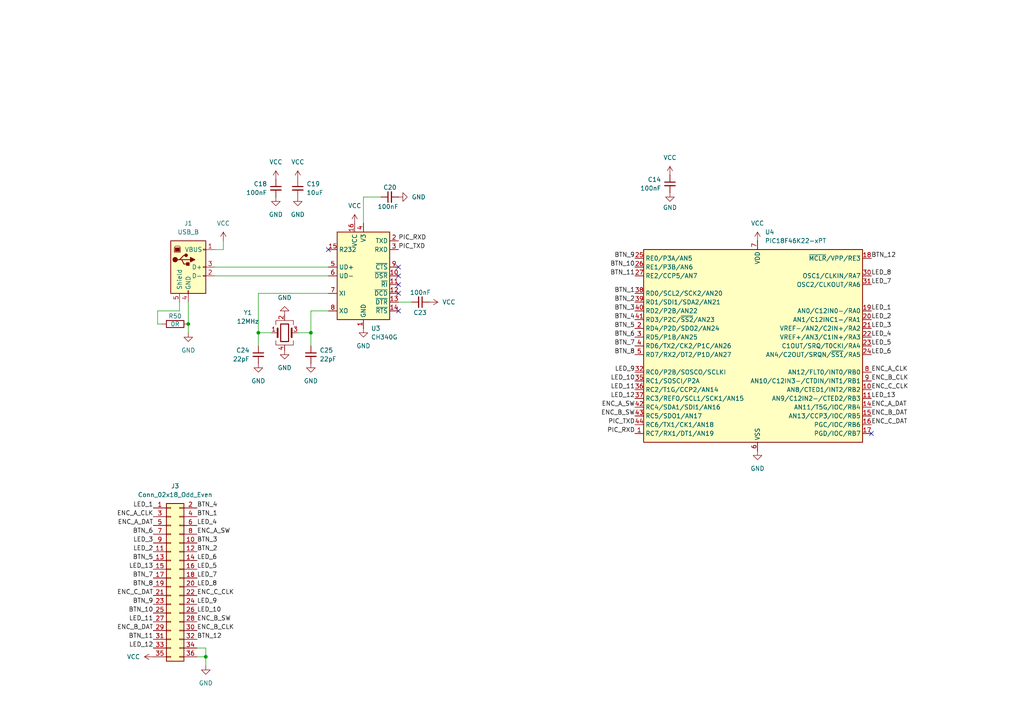
<source format=kicad_sch>
(kicad_sch (version 20250114) (generator "eeschema") (generator_version "9.0")
  (paper "A4")
  (lib_symbols
    (symbol "Connector:USB_B" (pin_names (offset 1.016))
      (property "Reference" "J" (at -5.08 11.43 0))
      (property "Value" "USB_B" (at -5.08 8.89 0))
      (symbol "USB_B_0_1"
        (rectangle (start -5.08 -7.62) (end 5.08 7.62) (stroke (width 0.254)) (fill (type background)))
        (polyline (pts (xy -4.064 4.318) (xy -2.286 4.318) (xy -2.286 5.715) (xy -2.667 6.096) (xy -3.683 6.096) (xy -4.064 5.715) (xy -4.064 4.318)))
        (rectangle (start -3.81 5.588) (end -2.54 4.572) (fill (type outline)))
        (circle (center -3.81 2.159) (radius 0.635) (stroke (width 0.254)) (fill (type outline)))
        (polyline (pts (xy -3.175 2.159) (xy -2.54 2.159) (xy -1.27 3.429) (xy -0.635 3.429)) (stroke (width 0.254)))
        (polyline (pts (xy -2.54 2.159) (xy -1.905 2.159) (xy -1.27 0.889) (xy 0 0.889)) (stroke (width 0.254)))
        (polyline (pts (xy -1.905 2.159) (xy 0.635 2.159)) (stroke (width 0.254)))
        (circle (center -0.635 3.429) (radius 0.381) (stroke (width 0.254)) (fill (type outline)))
        (rectangle (start -0.127 -7.62) (end 0.127 -6.858))
        (rectangle (start 0.254 1.27) (end -0.508 0.508) (stroke (width 0.254)) (fill (type outline)))
        (polyline (pts (xy 0.635 2.794) (xy 0.635 1.524) (xy 1.905 2.159) (xy 0.635 2.794)) (stroke (width 0.254)) (fill (type outline)))
        (rectangle (start 5.08 4.953) (end 4.318 5.207))
        (rectangle (start 5.08 -0.127) (end 4.318 0.127))
        (rectangle (start 5.08 -2.667) (end 4.318 -2.413))
      )
      (symbol "USB_B_1_1"
        (pin passive line (at -2.54 -10.16 90) (length 2.54) (name "Shield") (number "5"))
        (pin power_out line (at 0 -10.16 90) (length 2.54) (name "GND") (number "4"))
        (pin power_out line (at 7.62 5.08 180) (length 2.54) (name "VBUS") (number "1"))
        (pin bidirectional line (at 7.62 0 180) (length 2.54) (name "D+") (number "3"))
        (pin bidirectional line (at 7.62 -2.54 180) (length 2.54) (name "D-") (number "2"))
      )
    )
    (symbol "Connector_Generic:Conn_02x18_Odd_Even" (pin_names (offset 1.016) (hide yes))
      (property "Reference" "J" (at 1.27 22.86 0))
      (property "Value" "Conn_02x18_Odd_Even" (at 1.27 -25.4 0))
      (symbol "Conn_02x18_Odd_Even_1_1"
        (rectangle (start -1.27 21.59) (end 3.81 -24.13) (stroke (width 0.254)) (fill (type background)))
        (rectangle (start -1.27 20.447) (end 0 20.193) (stroke (width 0.1524)))
        (rectangle (start -1.27 17.907) (end 0 17.653) (stroke (width 0.1524)))
        (rectangle (start -1.27 15.367) (end 0 15.113) (stroke (width 0.1524)))
        (rectangle (start -1.27 12.827) (end 0 12.573) (stroke (width 0.1524)))
        (rectangle (start -1.27 10.287) (end 0 10.033) (stroke (width 0.1524)))
        (rectangle (start -1.27 7.747) (end 0 7.493) (stroke (width 0.1524)))
        (rectangle (start -1.27 5.207) (end 0 4.953) (stroke (width 0.1524)))
        (rectangle (start -1.27 2.667) (end 0 2.413) (stroke (width 0.1524)))
        (rectangle (start -1.27 0.127) (end 0 -0.127) (stroke (width 0.1524)))
        (rectangle (start -1.27 -2.413) (end 0 -2.667) (stroke (width 0.1524)))
        (rectangle (start -1.27 -4.953) (end 0 -5.207) (stroke (width 0.1524)))
        (rectangle (start -1.27 -7.493) (end 0 -7.747) (stroke (width 0.1524)))
        (rectangle (start -1.27 -10.033) (end 0 -10.287) (stroke (width 0.1524)))
        (rectangle (start -1.27 -12.573) (end 0 -12.827) (stroke (width 0.1524)))
        (rectangle (start -1.27 -15.113) (end 0 -15.367) (stroke (width 0.1524)))
        (rectangle (start -1.27 -17.653) (end 0 -17.907) (stroke (width 0.1524)))
        (rectangle (start -1.27 -20.193) (end 0 -20.447) (stroke (width 0.1524)))
        (rectangle (start -1.27 -22.733) (end 0 -22.987) (stroke (width 0.1524)))
        (rectangle (start 3.81 20.447) (end 2.54 20.193) (stroke (width 0.1524)))
        (rectangle (start 3.81 17.907) (end 2.54 17.653) (stroke (width 0.1524)))
        (rectangle (start 3.81 15.367) (end 2.54 15.113) (stroke (width 0.1524)))
        (rectangle (start 3.81 12.827) (end 2.54 12.573) (stroke (width 0.1524)))
        (rectangle (start 3.81 10.287) (end 2.54 10.033) (stroke (width 0.1524)))
        (rectangle (start 3.81 7.747) (end 2.54 7.493) (stroke (width 0.1524)))
        (rectangle (start 3.81 5.207) (end 2.54 4.953) (stroke (width 0.1524)))
        (rectangle (start 3.81 2.667) (end 2.54 2.413) (stroke (width 0.1524)))
        (rectangle (start 3.81 0.127) (end 2.54 -0.127) (stroke (width 0.1524)))
        (rectangle (start 3.81 -2.413) (end 2.54 -2.667) (stroke (width 0.1524)))
        (rectangle (start 3.81 -4.953) (end 2.54 -5.207) (stroke (width 0.1524)))
        (rectangle (start 3.81 -7.493) (end 2.54 -7.747) (stroke (width 0.1524)))
        (rectangle (start 3.81 -10.033) (end 2.54 -10.287) (stroke (width 0.1524)))
        (rectangle (start 3.81 -12.573) (end 2.54 -12.827) (stroke (width 0.1524)))
        (rectangle (start 3.81 -15.113) (end 2.54 -15.367) (stroke (width 0.1524)))
        (rectangle (start 3.81 -17.653) (end 2.54 -17.907) (stroke (width 0.1524)))
        (rectangle (start 3.81 -20.193) (end 2.54 -20.447) (stroke (width 0.1524)))
        (rectangle (start 3.81 -22.733) (end 2.54 -22.987) (stroke (width 0.1524)))
        (pin passive line (at -5.08 20.32 0) (length 3.81) (name "Pin_1") (number "1"))
        (pin passive line (at -5.08 17.78 0) (length 3.81) (name "Pin_3") (number "3"))
        (pin passive line (at -5.08 15.24 0) (length 3.81) (name "Pin_5") (number "5"))
        (pin passive line (at -5.08 12.7 0) (length 3.81) (name "Pin_7") (number "7"))
        (pin passive line (at -5.08 10.16 0) (length 3.81) (name "Pin_9") (number "9"))
        (pin passive line (at -5.08 7.62 0) (length 3.81) (name "Pin_11") (number "11"))
        (pin passive line (at -5.08 5.08 0) (length 3.81) (name "Pin_13") (number "13"))
        (pin passive line (at -5.08 2.54 0) (length 3.81) (name "Pin_15") (number "15"))
        (pin passive line (at -5.08 0 0) (length 3.81) (name "Pin_17") (number "17"))
        (pin passive line (at -5.08 -2.54 0) (length 3.81) (name "Pin_19") (number "19"))
        (pin passive line (at -5.08 -5.08 0) (length 3.81) (name "Pin_21") (number "21"))
        (pin passive line (at -5.08 -7.62 0) (length 3.81) (name "Pin_23") (number "23"))
        (pin passive line (at -5.08 -10.16 0) (length 3.81) (name "Pin_25") (number "25"))
        (pin passive line (at -5.08 -12.7 0) (length 3.81) (name "Pin_27") (number "27"))
        (pin passive line (at -5.08 -15.24 0) (length 3.81) (name "Pin_29") (number "29"))
        (pin passive line (at -5.08 -17.78 0) (length 3.81) (name "Pin_31") (number "31"))
        (pin passive line (at -5.08 -20.32 0) (length 3.81) (name "Pin_33") (number "33"))
        (pin passive line (at -5.08 -22.86 0) (length 3.81) (name "Pin_35") (number "35"))
        (pin passive line (at 7.62 20.32 180) (length 3.81) (name "Pin_2") (number "2"))
        (pin passive line (at 7.62 17.78 180) (length 3.81) (name "Pin_4") (number "4"))
        (pin passive line (at 7.62 15.24 180) (length 3.81) (name "Pin_6") (number "6"))
        (pin passive line (at 7.62 12.7 180) (length 3.81) (name "Pin_8") (number "8"))
        (pin passive line (at 7.62 10.16 180) (length 3.81) (name "Pin_10") (number "10"))
        (pin passive line (at 7.62 7.62 180) (length 3.81) (name "Pin_12") (number "12"))
        (pin passive line (at 7.62 5.08 180) (length 3.81) (name "Pin_14") (number "14"))
        (pin passive line (at 7.62 2.54 180) (length 3.81) (name "Pin_16") (number "16"))
        (pin passive line (at 7.62 0 180) (length 3.81) (name "Pin_18") (number "18"))
        (pin passive line (at 7.62 -2.54 180) (length 3.81) (name "Pin_20") (number "20"))
        (pin passive line (at 7.62 -5.08 180) (length 3.81) (name "Pin_22") (number "22"))
        (pin passive line (at 7.62 -7.62 180) (length 3.81) (name "Pin_24") (number "24"))
        (pin passive line (at 7.62 -10.16 180) (length 3.81) (name "Pin_26") (number "26"))
        (pin passive line (at 7.62 -12.7 180) (length 3.81) (name "Pin_28") (number "28"))
        (pin passive line (at 7.62 -15.24 180) (length 3.81) (name "Pin_30") (number "30"))
        (pin passive line (at 7.62 -17.78 180) (length 3.81) (name "Pin_32") (number "32"))
        (pin passive line (at 7.62 -20.32 180) (length 3.81) (name "Pin_34") (number "34"))
        (pin passive line (at 7.62 -22.86 180) (length 3.81) (name "Pin_36") (number "36"))
      )
    )
    (symbol "Device:C_Small" (pin_numbers (hide yes)) (pin_names (offset 0.254) (hide yes))
      (property "Reference" "C" (at 0.254 1.778 0))
      (property "Value" "C_Small" (at 0.254 -2.032 0))
      (symbol "C_Small_0_1"
        (polyline (pts (xy -1.524 0.508) (xy 1.524 0.508)) (stroke (width 0.3048)))
        (polyline (pts (xy -1.524 -0.508) (xy 1.524 -0.508)) (stroke (width 0.3302)))
      )
      (symbol "C_Small_1_1"
        (pin passive line (at 0 2.54 270) (length 2.032) (name "~") (number "1"))
        (pin passive line (at 0 -2.54 90) (length 2.032) (name "~") (number "2"))
      )
    )
    (symbol "Device:Crystal_GND24" (pin_names (offset 1.016) (hide yes))
      (property "Reference" "Y" (at 3.175 5.08 0))
      (property "Value" "Crystal_GND24" (at 3.175 3.175 0))
      (symbol "Crystal_GND24_0_1"
        (polyline (pts (xy -2.54 2.286) (xy -2.54 3.556) (xy 2.54 3.556) (xy 2.54 2.286)))
        (polyline (pts (xy -2.54 0) (xy -2.032 0)))
        (polyline (pts (xy -2.54 -2.286) (xy -2.54 -3.556) (xy 2.54 -3.556) (xy 2.54 -2.286)))
        (polyline (pts (xy -2.032 -1.27) (xy -2.032 1.27)) (stroke (width 0.508)))
        (rectangle (start -1.143 2.54) (end 1.143 -2.54) (stroke (width 0.3048)))
        (polyline (pts (xy 0 3.556) (xy 0 3.81)))
        (polyline (pts (xy 0 -3.81) (xy 0 -3.556)))
        (polyline (pts (xy 2.032 0) (xy 2.54 0)))
        (polyline (pts (xy 2.032 -1.27) (xy 2.032 1.27)) (stroke (width 0.508)))
      )
      (symbol "Crystal_GND24_1_1"
        (pin passive line (at -3.81 0 0) (length 1.27) (name "1") (number "1"))
        (pin passive line (at 0 5.08 270) (length 1.27) (name "2") (number "2"))
        (pin passive line (at 0 -5.08 90) (length 1.27) (name "4") (number "4"))
        (pin passive line (at 3.81 0 180) (length 1.27) (name "3") (number "3"))
      )
    )
    (symbol "Device:R" (pin_numbers (hide yes)) (pin_names (offset 0))
      (property "Reference" "R" (at 2.032 0 90))
      (property "Value" "R" (at 0 0 90))
      (symbol "R_0_1"
        (rectangle (start -1.016 -2.54) (end 1.016 2.54) (stroke (width 0.254)))
      )
      (symbol "R_1_1"
        (pin passive line (at 0 3.81 270) (length 1.27) (name "~") (number "1"))
        (pin passive line (at 0 -3.81 90) (length 1.27) (name "~") (number "2"))
      )
    )
    (symbol "Interface_USB:CH340G"
      (property "Reference" "U" (at -5.08 13.97 0))
      (property "Value" "CH340G" (at 1.27 13.97 0))
      (symbol "CH340G_0_1"
        (rectangle (start -7.62 12.7) (end 7.62 -12.7) (stroke (width 0.254)) (fill (type background)))
      )
      (symbol "CH340G_1_1"
        (pin input line (at -10.16 7.62 0) (length 2.54) (name "R232") (number "15"))
        (pin bidirectional line (at -10.16 2.54 0) (length 2.54) (name "UD+") (number "5"))
        (pin bidirectional line (at -10.16 0 0) (length 2.54) (name "UD-") (number "6"))
        (pin input line (at -10.16 -5.08 0) (length 2.54) (name "XI") (number "7"))
        (pin output line (at -10.16 -10.16 0) (length 2.54) (name "XO") (number "8"))
        (pin power_in line (at -2.54 15.24 270) (length 2.54) (name "VCC") (number "16"))
        (pin power_out line (at 0 15.24 270) (length 2.54) (name "V3") (number "4"))
        (pin power_in line (at 0 -15.24 90) (length 2.54) (name "GND") (number "1"))
        (pin output line (at 10.16 10.16 180) (length 2.54) (name "TXD") (number "2"))
        (pin input line (at 10.16 7.62 180) (length 2.54) (name "RXD") (number "3"))
        (pin input line (at 10.16 2.54 180) (length 2.54) (name "~{CTS}") (number "9"))
        (pin input line (at 10.16 0 180) (length 2.54) (name "~{DSR}") (number "10"))
        (pin input line (at 10.16 -2.54 180) (length 2.54) (name "~{RI}") (number "11"))
        (pin input line (at 10.16 -5.08 180) (length 2.54) (name "~{DCD}") (number "12"))
        (pin output line (at 10.16 -7.62 180) (length 2.54) (name "~{DTR}") (number "13"))
        (pin output line (at 10.16 -10.16 180) (length 2.54) (name "~{RTS}") (number "14"))
      )
    )
    (symbol "MCU_Microchip_PIC18:PIC18F46K22-xPT"
      (property "Reference" "U" (at -29.21 29.21 0))
      (property "Value" "PIC18F46K22-xPT" (at 21.59 -29.21 0))
      (symbol "PIC18F46K22-xPT_0_1"
        (rectangle (start -33.02 27.94) (end 30.48 -27.94) (stroke (width 0.254)) (fill (type background)))
      )
      (symbol "PIC18F46K22-xPT_1_1"
        (pin bidirectional line (at -35.56 25.4 0) (length 2.54) (name "RE0/P3A/AN5") (number "25"))
        (pin bidirectional line (at -35.56 22.86 0) (length 2.54) (name "RE1/P3B/AN6") (number "26"))
        (pin bidirectional line (at -35.56 20.32 0) (length 2.54) (name "RE2/CCP5/AN7") (number "27"))
        (pin bidirectional line (at -35.56 15.24 0) (length 2.54) (name "RD0/SCL2/SCK2/AN20") (number "38"))
        (pin bidirectional line (at -35.56 12.7 0) (length 2.54) (name "RD1/SDI1/SDA2/AN21") (number "39"))
        (pin bidirectional line (at -35.56 10.16 0) (length 2.54) (name "RD2/P2B/AN22") (number "40"))
        (pin bidirectional line (at -35.56 7.62 0) (length 2.54) (name "RD3/P2C/~{SS2}/AN23") (number "41"))
        (pin bidirectional line (at -35.56 5.08 0) (length 2.54) (name "RD4/P2D/SDO2/AN24") (number "2"))
        (pin bidirectional line (at -35.56 2.54 0) (length 2.54) (name "RD5/P1B/AN25") (number "3"))
        (pin bidirectional line (at -35.56 0 0) (length 2.54) (name "RD6/TX2/CK2/P1C/AN26") (number "4"))
        (pin bidirectional line (at -35.56 -2.54 0) (length 2.54) (name "RD7/RX2/DT2/P1D/AN27") (number "5"))
        (pin bidirectional line (at -35.56 -7.62 0) (length 2.54) (name "RC0/P2B/SOSCO/SCLKI") (number "32"))
        (pin bidirectional line (at -35.56 -10.16 0) (length 2.54) (name "RC1/SOSCI/P2A") (number "35"))
        (pin bidirectional line (at -35.56 -12.7 0) (length 2.54) (name "RC2/T1G/CCP2/AN14") (number "36"))
        (pin bidirectional line (at -35.56 -15.24 0) (length 2.54) (name "RC3/REFO/SCL1/SCK1/AN15") (number "37"))
        (pin bidirectional line (at -35.56 -17.78 0) (length 2.54) (name "RC4/SDA1/SDI1/AN16") (number "42"))
        (pin bidirectional line (at -35.56 -20.32 0) (length 2.54) (name "RC5/SDO1/AN17") (number "43"))
        (pin bidirectional line (at -35.56 -22.86 0) (length 2.54) (name "RC6/TX1/CK1/AN18") (number "44"))
        (pin bidirectional line (at -35.56 -25.4 0) (length 2.54) (name "RC7/RX1/DT1/AN19") (number "1"))
        (pin no_connect line (at -10.16 -27.94 90) (length 2.54) (hide yes) (name "NC") (number "12"))
        (pin no_connect line (at -7.62 -27.94 90) (length 2.54) (hide yes) (name "NC") (number "13"))
        (pin no_connect line (at -5.08 -27.94 90) (length 2.54) (hide yes) (name "NC") (number "33"))
        (pin no_connect line (at -2.54 -27.94 90) (length 2.54) (hide yes) (name "NC") (number "34"))
        (pin passive line (at 0 30.48 270) (length 2.54) (hide yes) (name "VDD") (number "28"))
        (pin power_in line (at 0 30.48 270) (length 2.54) (name "VDD") (number "7"))
        (pin passive line (at 0 -30.48 90) (length 2.54) (hide yes) (name "VSS") (number "29"))
        (pin power_in line (at 0 -30.48 90) (length 2.54) (name "VSS") (number "6"))
        (pin bidirectional line (at 33.02 25.4 180) (length 2.54) (name "~{MCLR}/VPP/RE3") (number "18"))
        (pin bidirectional line (at 33.02 20.32 180) (length 2.54) (name "OSC1/CLKIN/RA7") (number "30"))
        (pin bidirectional line (at 33.02 17.78 180) (length 2.54) (name "OSC2/CLKOUT/RA6") (number "31"))
        (pin bidirectional line (at 33.02 10.16 180) (length 2.54) (name "AN0/C12IN0-/RA0") (number "19"))
        (pin bidirectional line (at 33.02 7.62 180) (length 2.54) (name "AN1/C12INC1-/RA1") (number "20"))
        (pin bidirectional line (at 33.02 5.08 180) (length 2.54) (name "VREF-/AN2/C2IN+/RA2") (number "21"))
        (pin bidirectional line (at 33.02 2.54 180) (length 2.54) (name "VREF+/AN3/C1IN+/RA3") (number "22"))
        (pin bidirectional line (at 33.02 0 180) (length 2.54) (name "C1OUT/SRQ/T0CKI/RA4") (number "23"))
        (pin bidirectional line (at 33.02 -2.54 180) (length 2.54) (name "AN4/C2OUT/SRQN/~{SS1}/RA5") (number "24"))
        (pin bidirectional line (at 33.02 -7.62 180) (length 2.54) (name "AN12/FLT0/INT0/RB0") (number "8"))
        (pin bidirectional line (at 33.02 -10.16 180) (length 2.54) (name "AN10/C12IN3-/CTDIN/INT1/RB1") (number "9"))
        (pin bidirectional line (at 33.02 -12.7 180) (length 2.54) (name "AN8/CTED1/INT2/RB2") (number "10"))
        (pin bidirectional line (at 33.02 -15.24 180) (length 2.54) (name "AN9/C12IN2-/CTED2/RB3") (number "11"))
        (pin bidirectional line (at 33.02 -17.78 180) (length 2.54) (name "AN11/T5G/IOC/RB4") (number "14"))
        (pin bidirectional line (at 33.02 -20.32 180) (length 2.54) (name "AN13/CCP3/IOC/RB5") (number "15"))
        (pin bidirectional line (at 33.02 -22.86 180) (length 2.54) (name "PGC/IOC/RB6") (number "16"))
        (pin bidirectional line (at 33.02 -25.4 180) (length 2.54) (name "PGD/IOC/RB7") (number "17"))
      )
    )
    (symbol "power:GND" (power) (pin_numbers (hide yes)) (pin_names (offset 0) (hide yes))
      (property "Value" "GND" (at 0 -3.81 0))
      (symbol "GND_0_1"
        (polyline (pts (xy 0 0) (xy 0 -1.27) (xy 1.27 -1.27) (xy 0 -2.54) (xy -1.27 -1.27) (xy 0 -1.27)))
      )
      (symbol "GND_1_1"
        (pin power_in line (at 0 0 270) (length 0) (name "~") (number "1"))
      )
    )
    (symbol "power:VCC" (power) (pin_numbers (hide yes)) (pin_names (offset 0) (hide yes))
      (property "Value" "VCC" (at 0 3.556 0))
      (symbol "VCC_0_1"
        (polyline (pts (xy -0.762 1.27) (xy 0 2.54)))
        (polyline (pts (xy 0 2.54) (xy 0.762 1.27)))
        (polyline (pts (xy 0 0) (xy 0 2.54)))
      )
      (symbol "VCC_1_1"
        (pin power_in line (at 0 0 90) (length 0) (name "~") (number "1"))
      )
    )
  )
  (junction (at 54.61 93.98))
  (junction (at 59.69 190.5))
  (junction (at 90.17 96.52))
  (junction (at 74.93 96.52))
  (no_connect (at 252.73 125.73))
  (no_connect (at 95.25 72.39))
  (no_connect (at 115.57 80.01))
  (no_connect (at 115.57 82.55))
  (no_connect (at 115.57 85.09))
  (no_connect (at 115.57 90.17))
  (no_connect (at 115.57 77.47))
  (wire (pts (xy 74.93 96.52) (xy 74.93 100.33)))
  (wire (pts (xy 62.23 77.47) (xy 95.25 77.47)))
  (wire (pts (xy 115.57 87.63) (xy 119.38 87.63)))
  (wire (pts (xy 64.77 72.39) (xy 62.23 72.39)))
  (wire (pts (xy 54.61 87.63) (xy 54.61 93.98)))
  (wire (pts (xy 57.15 190.5) (xy 59.69 190.5)))
  (wire (pts (xy 90.17 96.52) (xy 86.36 96.52)))
  (wire (pts (xy 90.17 96.52) (xy 90.17 90.17)))
  (wire (pts (xy 62.23 80.01) (xy 95.25 80.01)))
  (wire (pts (xy 59.69 187.96) (xy 57.15 187.96)))
  (wire (pts (xy 45.72 93.98) (xy 46.99 93.98)))
  (wire (pts (xy 59.69 193.04) (xy 59.69 190.5)))
  (wire (pts (xy 105.41 57.15) (xy 105.41 64.77)))
  (wire (pts (xy 90.17 96.52) (xy 90.17 100.33)))
  (wire (pts (xy 64.77 69.85) (xy 64.77 72.39)))
  (wire (pts (xy 52.07 87.63) (xy 52.07 90.17)))
  (wire (pts (xy 90.17 90.17) (xy 95.25 90.17)))
  (wire (pts (xy 74.93 85.09) (xy 74.93 96.52)))
  (wire (pts (xy 52.07 90.17) (xy 45.72 90.17)))
  (wire (pts (xy 59.69 190.5) (xy 59.69 187.96)))
  (wire (pts (xy 45.72 90.17) (xy 45.72 93.98)))
  (wire (pts (xy 110.49 57.15) (xy 105.41 57.15)))
  (wire (pts (xy 74.93 96.52) (xy 78.74 96.52)))
  (wire (pts (xy 95.25 85.09) (xy 74.93 85.09)))
  (wire (pts (xy 54.61 93.98) (xy 54.61 96.52)))
  (label "BTN_1" (at 57.15 149.86 0))
  (label "BTN_11" (at 184.15 80.01 180))
  (label "ENC_A_SW" (at 184.15 118.11 180))
  (label "LED_7" (at 57.15 167.64 0))
  (label "BTN_3" (at 57.15 157.48 0))
  (label "PIC_TXD" (at 184.15 123.19 180))
  (label "BTN_9" (at 44.45 175.26 180))
  (label "ENC_A_CLK" (at 44.45 149.86 180))
  (label "LED_5" (at 57.15 165.1 0))
  (label "LED_6" (at 252.73 102.87 0))
  (label "PIC_RXD" (at 184.15 125.73 180))
  (label "BTN_4" (at 184.15 92.71 180))
  (label "ENC_A_DAT" (at 252.73 118.11 0))
  (label "LED_4" (at 57.15 152.4 0))
  (label "BTN_6" (at 184.15 97.79 180))
  (label "ENC_C_DAT" (at 252.73 123.19 0))
  (label "ENC_B_SW" (at 57.15 180.34 0))
  (label "BTN_9" (at 184.15 74.93 180))
  (label "LED_5" (at 252.73 100.33 0))
  (label "ENC_C_CLK" (at 57.15 172.72 0))
  (label "BTN_7" (at 44.45 167.64 180))
  (label "ENC_B_CLK" (at 252.73 110.49 0))
  (label "BTN_2" (at 184.15 87.63 180))
  (label "LED_10" (at 57.15 177.8 0))
  (label "PIC_RXD" (at 115.57 69.85 0))
  (label "LED_3" (at 252.73 95.25 0))
  (label "LED_7" (at 252.73 82.55 0))
  (label "BTN_3" (at 184.15 90.17 180))
  (label "LED_1" (at 44.45 147.32 180))
  (label "ENC_C_DAT" (at 44.45 172.72 180))
  (label "ENC_B_DAT" (at 44.45 182.88 180))
  (label "LED_12" (at 44.45 187.96 180))
  (label "BTN_12" (at 252.73 74.93 0))
  (label "BTN_8" (at 44.45 170.18 180))
  (label "ENC_B_CLK" (at 57.15 182.88 0))
  (label "BTN_5" (at 44.45 162.56 180))
  (label "BTN_12" (at 57.15 185.42 0))
  (label "BTN_8" (at 184.15 102.87 180))
  (label "ENC_A_DAT" (at 44.45 152.4 180))
  (label "LED_1" (at 252.73 90.17 0))
  (label "ENC_A_SW" (at 57.15 154.94 0))
  (label "LED_9" (at 184.15 107.95 180))
  (label "LED_11" (at 184.15 113.03 180))
  (label "LED_4" (at 252.73 97.79 0))
  (label "BTN_1" (at 184.15 85.09 180))
  (label "BTN_6" (at 44.45 154.94 180))
  (label "BTN_2" (at 57.15 160.02 0))
  (label "LED_8" (at 57.15 170.18 0))
  (label "ENC_B_SW" (at 184.15 120.65 180))
  (label "LED_2" (at 44.45 160.02 180))
  (label "LED_10" (at 184.15 110.49 180))
  (label "LED_13" (at 252.73 115.57 0))
  (label "BTN_10" (at 184.15 77.47 180))
  (label "LED_2" (at 252.73 92.71 0))
  (label "LED_13" (at 44.45 165.1 180))
  (label "LED_9" (at 57.15 175.26 0))
  (label "ENC_C_CLK" (at 252.73 113.03 0))
  (label "BTN_11" (at 44.45 185.42 180))
  (label "BTN_4" (at 57.15 147.32 0))
  (label "BTN_5" (at 184.15 95.25 180))
  (label "LED_6" (at 57.15 162.56 0))
  (label "ENC_A_CLK" (at 252.73 107.95 0))
  (label "LED_8" (at 252.73 80.01 0))
  (label "LED_12" (at 184.15 115.57 180))
  (label "BTN_7" (at 184.15 100.33 180))
  (label "PIC_TXD" (at 115.57 72.39 0))
  (label "BTN_10" (at 44.45 177.8 180))
  (label "ENC_B_DAT" (at 252.73 120.65 0))
  (label "LED_11" (at 44.45 180.34 180))
  (label "LED_3" (at 44.45 157.48 180))
  (symbol (lib_id "power:GND") (at 82.55 91.44 180) (unit 1)
    (property "Reference" "#PWR077" (effects (hide yes)))
    (property "Value" "GND" (at 82.55 86.36 0))
    (property "Description" "Power symbol creates a global label with name \"GND\" , ground" (effects (hide yes)))
  )
  (symbol (lib_id "Device:C_Small") (at 121.92 87.63 270) (unit 1)
    (property "Reference" "C23" (at 119.888 90.678 90) (effects (justify left)))
    (property "Value" "100nF" (at 118.872 84.836 90) (effects (justify left)))
    (property "Footprint" "Capacitor_SMD:C_0603_1608Metric" (effects (hide yes)))
    (property "Description" "Unpolarized capacitor, small symbol" (effects (hide yes)))
  )
  (symbol (lib_id "power:VCC") (at 64.77 69.85 0) (unit 1)
    (property "Reference" "#PWR075" (effects (hide yes)))
    (property "Value" "VCC" (at 64.77 64.77 0))
    (property "Description" "Power symbol creates a global label with name \"VCC\"" (effects (hide yes)))
  )
  (symbol (lib_id "Device:C_Small") (at 113.03 57.15 90) (unit 1)
    (property "Reference" "C20" (at 115.062 54.356 90) (effects (justify left)))
    (property "Value" "100nF" (at 115.57 59.944 90) (effects (justify left)))
    (property "Footprint" "Capacitor_SMD:C_0603_1608Metric" (effects (hide yes)))
    (property "Description" "Unpolarized capacitor, small symbol" (effects (hide yes)))
  )
  (symbol (lib_id "power:GND") (at 105.41 95.25 0) (unit 1)
    (property "Reference" "#PWR079" (effects (hide yes)))
    (property "Value" "GND" (at 105.41 100.33 0))
    (property "Description" "Power symbol creates a global label with name \"GND\" , ground" (effects (hide yes)))
  )
  (symbol (lib_id "power:VCC") (at 219.71 69.85 0) (unit 1)
    (property "Reference" "#PWR063" (effects (hide yes)))
    (property "Value" "VCC" (at 219.71 64.77 0))
    (property "Description" "Power symbol creates a global label with name \"VCC\"" (effects (hide yes)))
  )
  (symbol (lib_id "Device:R") (at 50.8 93.98 270) (unit 1)
    (property "Reference" "R50" (at 50.8 91.694 90))
    (property "Value" "0R" (at 50.8 93.98 90))
    (property "Footprint" "Resistor_SMD:R_0603_1608Metric" (effects (hide yes)))
    (property "Description" "Resistor" (effects (hide yes)))
  )
  (symbol (lib_id "MCU_Microchip_PIC18:PIC18F46K22-xPT") (at 219.71 100.33 0) (unit 1)
    (property "Reference" "U4" (at 221.8533 67.31 0) (effects (justify left)))
    (property "Value" "PIC18F46K22-xPT" (at 221.8533 69.85 0) (effects (justify left)))
    (property "Footprint" "Package_QFP:TQFP-44_10x10mm_P0.8mm" (effects (hide yes)))
    (property "Datasheet" "http://ww1.microchip.com/downloads/en/DeviceDoc/40001412G.pdf" (effects (hide yes)))
    (property "Description" "64K Flash, 3.5K RAM, 1K EEPROM PIC18 Microcontroller ADC PWM SPI I2C USART in TQFP44 package" (effects (hide yes)))
  )
  (symbol (lib_id "Device:C_Small") (at 194.31 53.34 0) (mirror y) (unit 1)
    (property "Reference" "C14" (at 191.77 52.0762 0) (effects (justify left)))
    (property "Value" "100nF" (at 191.77 54.6162 0) (effects (justify left)))
    (property "Footprint" "Capacitor_SMD:C_0603_1608Metric" (effects (hide yes)))
    (property "Description" "Unpolarized capacitor, small symbol" (effects (hide yes)))
  )
  (symbol (lib_id "power:GND") (at 59.69 193.04 0) (unit 1)
    (property "Reference" "#PWR092" (effects (hide yes)))
    (property "Value" "GND" (at 59.69 198.12 0))
    (property "Description" "Power symbol creates a global label with name \"GND\" , ground" (effects (hide yes)))
  )
  (symbol (lib_id "Connector:USB_B") (at 54.61 77.47 0) (unit 1)
    (property "Reference" "J1" (at 54.61 64.77 0))
    (property "Value" "USB_B" (at 54.61 67.31 0))
    (property "Footprint" "SamacSys_Parts:A-USBSB" (effects (hide yes)))
    (property "Description" "USB Type B connector" (effects (hide yes)))
  )
  (symbol (lib_id "Device:C_Small") (at 86.36 54.61 0) (unit 1)
    (property "Reference" "C19" (at 88.9 53.3462 0) (effects (justify left)))
    (property "Value" "10uF" (at 88.9 55.8862 0) (effects (justify left)))
    (property "Footprint" "Capacitor_SMD:C_0805_2012Metric" (effects (hide yes)))
    (property "Description" "Unpolarized capacitor, small symbol" (effects (hide yes)))
  )
  (symbol (lib_id "power:GND") (at 82.55 101.6 0) (unit 1)
    (property "Reference" "#PWR081" (effects (hide yes)))
    (property "Value" "GND" (at 82.55 106.68 0))
    (property "Description" "Power symbol creates a global label with name \"GND\" , ground" (effects (hide yes)))
  )
  (symbol (lib_id "power:GND") (at 194.31 55.88 0) (unit 1)
    (property "Reference" "#PWR055" (effects (hide yes)))
    (property "Value" "GND" (at 194.31 60.198 0))
    (property "Description" "Power symbol creates a global label with name \"GND\" , ground" (effects (hide yes)))
  )
  (symbol (lib_id "power:GND") (at 80.01 57.15 0) (unit 1)
    (property "Reference" "#PWR067" (effects (hide yes)))
    (property "Value" "GND" (at 80.01 62.23 0))
    (property "Description" "Power symbol creates a global label with name \"GND\" , ground" (effects (hide yes)))
  )
  (symbol (lib_id "Connector_Generic:Conn_02x18_Odd_Even") (at 49.53 167.64 0) (unit 1)
    (property "Reference" "J3" (at 50.8 140.97 0))
    (property "Value" "Conn_02x18_Odd_Even" (at 50.8 143.51 0))
    (property "Footprint" "footprints:CONN36_901303436_MOL_H" (effects (hide yes)))
    (property "Description" "Generic connector, double row, 02x18, odd/even pin numbering scheme (row 1 odd numbers, row 2 even numbers), script generated (kicad-library-utils/schlib/autogen/connector/)" (effects (hide yes)))
  )
  (symbol (lib_id "power:GND") (at 115.57 57.15 90) (unit 1)
    (property "Reference" "#PWR069" (effects (hide yes)))
    (property "Value" "GND" (at 119.38 57.1499 90) (effects (justify right)))
    (property "Description" "Power symbol creates a global label with name \"GND\" , ground" (effects (hide yes)))
  )
  (symbol (lib_id "Device:C_Small") (at 90.17 102.87 0) (unit 1)
    (property "Reference" "C25" (at 92.71 101.6062 0) (effects (justify left)))
    (property "Value" "22pF" (at 92.71 104.1462 0) (effects (justify left)))
    (property "Footprint" "Capacitor_SMD:C_0603_1608Metric" (effects (hide yes)))
    (property "Description" "Unpolarized capacitor, small symbol" (effects (hide yes)))
  )
  (symbol (lib_id "power:VCC") (at 124.46 87.63 270) (unit 1)
    (property "Reference" "#PWR076" (effects (hide yes)))
    (property "Value" "VCC" (at 128.27 87.6299 90) (effects (justify left)))
    (property "Description" "Power symbol creates a global label with name \"VCC\"" (effects (hide yes)))
  )
  (symbol (lib_id "power:VCC") (at 86.36 52.07 0) (unit 1)
    (property "Reference" "#PWR065" (effects (hide yes)))
    (property "Value" "VCC" (at 86.36 46.99 0))
    (property "Description" "Power symbol creates a global label with name \"VCC\"" (effects (hide yes)))
  )
  (symbol (lib_id "power:GND") (at 74.93 105.41 0) (unit 1)
    (property "Reference" "#PWR082" (effects (hide yes)))
    (property "Value" "GND" (at 74.93 110.49 0))
    (property "Description" "Power symbol creates a global label with name \"GND\" , ground" (effects (hide yes)))
  )
  (symbol (lib_id "Device:C_Small") (at 80.01 54.61 0) (mirror y) (unit 1)
    (property "Reference" "C18" (at 77.47 53.3462 0) (effects (justify left)))
    (property "Value" "100nF" (at 77.47 55.8862 0) (effects (justify left)))
    (property "Footprint" "Capacitor_SMD:C_0603_1608Metric" (effects (hide yes)))
    (property "Description" "Unpolarized capacitor, small symbol" (effects (hide yes)))
  )
  (symbol (lib_id "power:GND") (at 90.17 105.41 0) (unit 1)
    (property "Reference" "#PWR083" (effects (hide yes)))
    (property "Value" "GND" (at 90.17 110.49 0))
    (property "Description" "Power symbol creates a global label with name \"GND\" , ground" (effects (hide yes)))
  )
  (symbol (lib_id "Device:Crystal_GND24") (at 82.55 96.52 0) (unit 1)
    (property "Reference" "Y1" (at 71.882 90.678 0))
    (property "Value" "12MHz" (at 71.882 93.218 0))
    (property "Footprint" "Crystal:Crystal_SMD_3225-4Pin_3.2x2.5mm" (effects (hide yes)))
    (property "Description" "Four pin crystal, GND on pins 2 and 4" (effects (hide yes)))
  )
  (symbol (lib_id "power:VCC") (at 194.31 50.8 0) (unit 1)
    (property "Reference" "#PWR054" (effects (hide yes)))
    (property "Value" "VCC" (at 194.31 45.72 0))
    (property "Description" "Power symbol creates a global label with name \"VCC\"" (effects (hide yes)))
  )
  (symbol (lib_id "Device:C_Small") (at 74.93 102.87 0) (mirror y) (unit 1)
    (property "Reference" "C24" (at 72.39 101.6062 0) (effects (justify left)))
    (property "Value" "22pF" (at 72.39 104.1462 0) (effects (justify left)))
    (property "Footprint" "Capacitor_SMD:C_0603_1608Metric" (effects (hide yes)))
    (property "Description" "Unpolarized capacitor, small symbol" (effects (hide yes)))
  )
  (symbol (lib_id "power:VCC") (at 102.87 64.77 0) (unit 1)
    (property "Reference" "#PWR070" (effects (hide yes)))
    (property "Value" "VCC" (at 102.87 59.69 0))
    (property "Description" "Power symbol creates a global label with name \"VCC\"" (effects (hide yes)))
  )
  (symbol (lib_id "power:GND") (at 219.71 130.81 0) (unit 1)
    (property "Reference" "#PWR086" (effects (hide yes)))
    (property "Value" "GND" (at 219.71 135.89 0))
    (property "Description" "Power symbol creates a global label with name \"GND\" , ground" (effects (hide yes)))
  )
  (symbol (lib_id "power:VCC") (at 80.01 52.07 0) (unit 1)
    (property "Reference" "#PWR064" (effects (hide yes)))
    (property "Value" "VCC" (at 80.01 46.99 0))
    (property "Description" "Power symbol creates a global label with name \"VCC\"" (effects (hide yes)))
  )
  (symbol (lib_id "power:GND") (at 86.36 57.15 0) (unit 1)
    (property "Reference" "#PWR068" (effects (hide yes)))
    (property "Value" "GND" (at 86.36 62.23 0))
    (property "Description" "Power symbol creates a global label with name \"GND\" , ground" (effects (hide yes)))
  )
  (symbol (lib_id "Interface_USB:CH340G") (at 105.41 80.01 0) (unit 1)
    (property "Reference" "U3" (at 107.6041 95.25 0) (effects (justify left)))
    (property "Value" "CH340G" (at 107.6041 97.79 0) (effects (justify left)))
    (property "Footprint" "Package_SO:SOIC-16_3.9x9.9mm_P1.27mm" (effects (hide yes)))
    (property "Datasheet" "http://www.datasheet5.com/pdf-local-2195953" (effects (hide yes)))
    (property "Description" "USB serial converter, UART, SOIC-16" (effects (hide yes)))
  )
  (symbol (lib_id "power:GND") (at 54.61 96.52 0) (unit 1)
    (property "Reference" "#PWR080" (effects (hide yes)))
    (property "Value" "GND" (at 54.61 101.6 0))
    (property "Description" "Power symbol creates a global label with name \"GND\" , ground" (effects (hide yes)))
  )
  (symbol (lib_id "power:VCC") (at 44.45 190.5 90) (unit 1)
    (property "Reference" "#PWR091" (effects (hide yes)))
    (property "Value" "VCC" (at 40.64 190.4999 90) (effects (justify left)))
    (property "Description" "Power symbol creates a global label with name \"VCC\"" (effects (hide yes)))
  )
)
</source>
